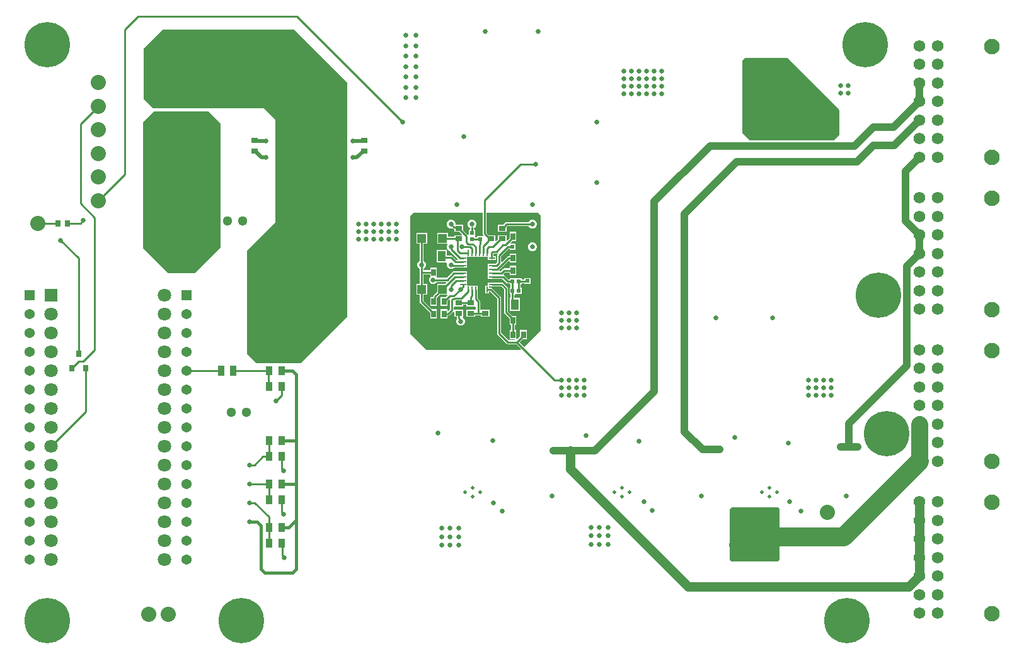
<source format=gbr>
%TF.GenerationSoftware,Altium Limited,Altium Designer,23.2.1 (34)*%
G04 Layer_Physical_Order=6*
G04 Layer_Color=16711680*
%FSLAX45Y45*%
%MOMM*%
%TF.SameCoordinates,768AFDF4-F756-44AC-9BB4-61F16B6E1C3C*%
%TF.FilePolarity,Positive*%
%TF.FileFunction,Copper,L6,Bot,Signal*%
%TF.Part,Single*%
G01*
G75*
%TA.AperFunction,SMDPad,CuDef*%
%ADD13R,0.85000X1.35000*%
%ADD15R,1.11760X1.44780*%
%ADD20R,0.96520X0.66040*%
%ADD30R,0.90000X0.70000*%
%TA.AperFunction,Conductor*%
%ADD37C,0.25400*%
%ADD39C,0.50800*%
%ADD40C,0.38100*%
%ADD42C,1.01600*%
%TA.AperFunction,ComponentPad*%
%ADD44C,1.80000*%
%ADD45R,1.80000X1.80000*%
%ADD46C,6.10000*%
%ADD47C,1.30000*%
%ADD48C,2.10000*%
%ADD49C,1.56000*%
%ADD50R,1.37000X1.37000*%
%ADD51C,1.37000*%
%ADD52C,0.50000*%
%ADD53C,9.50000*%
%ADD54C,2.03200*%
%TA.AperFunction,TestPad*%
%ADD55C,2.03200*%
%TA.AperFunction,ViaPad*%
%ADD56C,0.63500*%
%TA.AperFunction,SMDPad,CuDef*%
%ADD74R,0.80650X1.30822*%
%ADD75R,0.66040X0.96520*%
%ADD76R,0.81280X0.25400*%
%ADD77R,0.25400X0.81280*%
%ADD78R,2.64160X3.65760*%
%ADD79R,0.60960X0.55880*%
%ADD80R,0.55880X0.60960*%
%ADD81R,1.20000X1.20000*%
%ADD82R,0.80000X0.95000*%
%ADD83R,0.80000X0.90000*%
%TA.AperFunction,Conductor*%
%ADD84C,2.54000*%
%ADD85C,1.27000*%
%ADD86C,2.28600*%
G36*
X17500600Y12649200D02*
Y12319000D01*
X17424400Y12242800D01*
X16294099D01*
X16192500Y12344400D01*
Y13309599D01*
X16230600Y13347701D01*
X16802100D01*
X17500600Y12649200D01*
D02*
G37*
G36*
X13487399Y11226800D02*
Y9677400D01*
X13268857Y9458857D01*
X13202715Y9525000D01*
X13243355Y9565640D01*
X13298170D01*
Y9687560D01*
X13206731D01*
Y9602265D01*
X13171170Y9566705D01*
X13158470Y9571965D01*
Y9687560D01*
X13138647D01*
Y9757728D01*
X13158470D01*
Y9879648D01*
X13103654D01*
X13043398Y9939905D01*
Y10248900D01*
X13041426Y10258811D01*
X13035812Y10267212D01*
X12982256Y10320768D01*
X12973856Y10326382D01*
X12963943Y10328353D01*
X12830811D01*
X12828308Y10327856D01*
X12777470D01*
Y10285730D01*
X12736131D01*
Y10234892D01*
X12735634Y10232390D01*
X12736131Y10229888D01*
Y10179050D01*
X12786931D01*
Y10206492D01*
X12807384D01*
X12902702Y10111173D01*
Y9639300D01*
X12904674Y9629389D01*
X12910287Y9620988D01*
X13024588Y9506688D01*
X13032990Y9501074D01*
X13042900Y9499102D01*
X13155363D01*
X13219331Y9435133D01*
X13214471Y9423400D01*
X12852402Y9423399D01*
X12852400Y9423400D01*
X11950700D01*
X11734800Y9639300D01*
Y9982200D01*
X11734800Y10972800D01*
Y11226800D01*
X11772900Y11264900D01*
X12704582D01*
Y10984230D01*
X12706554Y10974319D01*
X12712168Y10965918D01*
X12714175Y10963910D01*
X12708915Y10951210D01*
X12631420D01*
Y10936468D01*
X12612460D01*
X12603480Y10945448D01*
Y10951210D01*
X12603480Y10963910D01*
Y11035030D01*
X12586198D01*
Y11061369D01*
X12592673Y11064051D01*
X12608749Y11080127D01*
X12617450Y11101132D01*
Y11123868D01*
X12608749Y11144873D01*
X12592673Y11160949D01*
X12571668Y11169650D01*
X12548932D01*
X12527927Y11160949D01*
X12511851Y11144873D01*
X12503150Y11123868D01*
Y11101132D01*
X12511851Y11080127D01*
X12527927Y11064051D01*
X12534402Y11061369D01*
Y11035030D01*
X12517120D01*
Y10972910D01*
X12504420Y10969058D01*
X12502412Y10972062D01*
X12443460Y11031015D01*
Y11101070D01*
X12338092D01*
X12338050Y11101132D01*
Y11123868D01*
X12329349Y11144873D01*
X12313273Y11160949D01*
X12292268Y11169650D01*
X12269532D01*
X12248527Y11160949D01*
X12232451Y11144873D01*
X12223750Y11123868D01*
Y11101132D01*
X12232451Y11080127D01*
X12248527Y11064051D01*
X12269532Y11055350D01*
X12292268D01*
X12298743Y11058032D01*
X12300688Y11056088D01*
X12309089Y11050474D01*
X12319000Y11048502D01*
X12321540D01*
Y11009630D01*
X12391595D01*
X12428122Y10973103D01*
X12423262Y10961370D01*
X12321540D01*
Y10941548D01*
X12239600D01*
Y10994700D01*
X12094200D01*
Y10849300D01*
X12223717D01*
X12226414Y10846450D01*
X12231012Y10836600D01*
X12223750Y10819068D01*
Y10796332D01*
X12232451Y10775327D01*
X12248527Y10759251D01*
X12264701Y10752551D01*
X12376123Y10641129D01*
X12370862Y10628429D01*
X12351984D01*
X12297276Y10683137D01*
X12288874Y10688751D01*
X12278964Y10690723D01*
X12223750D01*
Y10765790D01*
X12086590D01*
Y10595610D01*
X12217394D01*
X12226321Y10583975D01*
X12223750Y10577768D01*
Y10555032D01*
X12232451Y10534027D01*
X12248527Y10517951D01*
X12269532Y10509250D01*
X12292268D01*
X12313273Y10517951D01*
X12321944Y10526621D01*
X12442190D01*
X12444692Y10527119D01*
X12495530D01*
Y10577131D01*
Y10669270D01*
X12777470D01*
Y10627144D01*
X12824498D01*
X12827000Y10626647D01*
X12830811D01*
X12833311Y10627144D01*
X12884151D01*
Y10677944D01*
X12852898D01*
Y10718302D01*
X12890500D01*
X12900410Y10720274D01*
X12901849Y10721236D01*
X12910287Y10711712D01*
X12904674Y10703311D01*
X12902702Y10693400D01*
Y10602527D01*
X12878590Y10578416D01*
X12830811D01*
X12828308Y10577919D01*
X12777470D01*
Y10477106D01*
Y10377081D01*
X12828308D01*
X12830811Y10376584D01*
X12972481D01*
X13022910Y10326155D01*
X13031311Y10320541D01*
X13041222Y10318570D01*
X13067030D01*
Y10301287D01*
X13081772D01*
Y10255567D01*
X13067030D01*
Y10169208D01*
X13081772D01*
Y10118090D01*
X13067030D01*
Y9947910D01*
X13204190D01*
Y10118090D01*
X13133568D01*
Y10160227D01*
X13142548Y10169207D01*
X13148309D01*
X13161011Y10169208D01*
X13232130D01*
Y10255567D01*
X13217387D01*
Y10301287D01*
X13232130D01*
Y10319840D01*
X13266420D01*
Y10306368D01*
X13352780D01*
Y10387647D01*
X13266420D01*
Y10371635D01*
X13232130D01*
Y10387647D01*
X13161011D01*
X13150850Y10387648D01*
X13138150Y10387647D01*
X13067030D01*
Y10370365D01*
X13051949D01*
X13001520Y10420793D01*
X12993118Y10426407D01*
X12986543Y10427715D01*
X12982422Y10436291D01*
X12981947Y10441079D01*
X13005170Y10464302D01*
X13067030D01*
Y10429240D01*
X13158470D01*
Y10551160D01*
X13067030D01*
Y10516098D01*
X12994443D01*
X12984534Y10514126D01*
X12976131Y10508512D01*
X12946010Y10478391D01*
X12933276D01*
X12928017Y10491091D01*
X13054330Y10617405D01*
X13067030Y10612145D01*
Y10594340D01*
X13158470D01*
Y10716260D01*
X13067030D01*
Y10681198D01*
X13055600D01*
X13045689Y10679226D01*
X13037288Y10673612D01*
X12967198Y10603522D01*
X12954498Y10608783D01*
Y10682673D01*
X13053627Y10781802D01*
X13067030D01*
Y10764520D01*
X13148309D01*
Y10850880D01*
X13084688D01*
X13079828Y10862613D01*
X13103654Y10886440D01*
X13158470D01*
Y11008360D01*
X13067030D01*
Y10923065D01*
X13039394Y10895428D01*
X13027660Y10900288D01*
Y10961370D01*
X12905740D01*
Y10906555D01*
X12886993Y10887808D01*
X12875259Y10892668D01*
Y10961370D01*
X12789965D01*
X12756378Y10994957D01*
Y11264900D01*
X13449300D01*
X13487399Y11226800D01*
D02*
G37*
G36*
X9182100Y12471400D02*
Y10795000D01*
X8839200Y10452100D01*
X8483600D01*
X8140700Y10795000D01*
Y12484100D01*
X8286750Y12630150D01*
X9023350D01*
X9182100Y12471400D01*
D02*
G37*
G36*
X12830811Y10276558D02*
X12953217D01*
X12991602Y10238173D01*
Y9929178D01*
X12993575Y9919267D01*
X12999188Y9910865D01*
X13067030Y9843023D01*
Y9757728D01*
X13086852D01*
Y9687560D01*
X13067030D01*
Y9565640D01*
X13139081D01*
X13145869Y9552940D01*
X13144505Y9550898D01*
X13053627D01*
X12954498Y9650027D01*
Y10121900D01*
X12952525Y10131811D01*
X12946912Y10140212D01*
X12836423Y10250702D01*
X12828021Y10256316D01*
X12818111Y10258288D01*
X12786931D01*
Y10277056D01*
X12828308D01*
X12830811Y10276558D01*
D02*
G37*
G36*
X10883900Y13017500D02*
Y9867900D01*
X10261600Y9245600D01*
X9664700D01*
X9537700Y9372600D01*
Y10756900D01*
X9918700Y11137900D01*
X9918700Y12522200D01*
X9766300Y12674600D01*
X8280400D01*
X8153400Y12801601D01*
X8153400Y13474699D01*
X8407400Y13728700D01*
X10172700D01*
X10883900Y13017500D01*
D02*
G37*
G36*
X16694150Y7283450D02*
Y6604000D01*
X16668750Y6578600D01*
X16040100D01*
X16021049Y6597650D01*
Y7277100D01*
X16046449Y7302500D01*
X16675101D01*
X16694150Y7283450D01*
D02*
G37*
%LPC*%
G36*
X13384468Y11169650D02*
X13361732D01*
X13340727Y11160949D01*
X13324651Y11144873D01*
X13321970Y11138398D01*
X13023849D01*
X13013939Y11136426D01*
X13005537Y11130812D01*
X12983948Y11109222D01*
X12978500Y11101070D01*
X12905740D01*
Y11009630D01*
X13027660D01*
Y11073168D01*
X13028159Y11075670D01*
Y11080183D01*
X13034576Y11086602D01*
X13321970D01*
X13324651Y11080127D01*
X13340727Y11064051D01*
X13361732Y11055350D01*
X13384468D01*
X13405473Y11064051D01*
X13421548Y11080127D01*
X13430251Y11101132D01*
Y11123868D01*
X13421548Y11144873D01*
X13405473Y11160949D01*
X13384468Y11169650D01*
D02*
G37*
G36*
Y10864850D02*
X13361732D01*
X13340727Y10856149D01*
X13324651Y10840073D01*
X13315950Y10819068D01*
Y10796332D01*
X13324651Y10775327D01*
X13340727Y10759251D01*
X13361732Y10750550D01*
X13384468D01*
X13405473Y10759251D01*
X13421548Y10775327D01*
X13430251Y10796332D01*
Y10819068D01*
X13421548Y10840073D01*
X13405473Y10856149D01*
X13384468Y10864850D01*
D02*
G37*
G36*
X11959600Y10994700D02*
X11814200D01*
Y10849300D01*
X11860200D01*
Y10616800D01*
X11853725Y10614118D01*
X11837648Y10598041D01*
X11828947Y10577036D01*
Y10554300D01*
X11837648Y10533295D01*
X11853725Y10517219D01*
X11861003Y10514204D01*
Y10464800D01*
Y10308900D01*
X11814200D01*
Y10163500D01*
X11861003D01*
Y10067590D01*
X11862974Y10057679D01*
X11868588Y10049277D01*
X12000230Y9917635D01*
Y9845040D01*
X12091670D01*
Y9966960D01*
X12024155D01*
X11912798Y10078317D01*
Y10163500D01*
X11959600D01*
Y10308900D01*
X11912798D01*
Y10438902D01*
X12000230D01*
Y10404652D01*
X11991151Y10395573D01*
X11982450Y10374568D01*
Y10351832D01*
X11991151Y10330827D01*
X12007227Y10314751D01*
X12028232Y10306050D01*
X12050968D01*
X12071973Y10314751D01*
X12088049Y10330827D01*
X12090731Y10337302D01*
X12213417D01*
X12218678Y10324602D01*
X12202975Y10308900D01*
X12094200D01*
Y10200125D01*
X12047958Y10153882D01*
X12042344Y10145480D01*
X12040372Y10135570D01*
Y10132060D01*
X12000230D01*
Y10010140D01*
X12091670D01*
Y10088918D01*
X12092168Y10091420D01*
Y10124843D01*
X12130825Y10163500D01*
X12223465D01*
X12228725Y10150800D01*
X12209985Y10132060D01*
X12139930D01*
Y10010140D01*
X12231370D01*
Y10080195D01*
X12257052Y10105877D01*
X12268757Y10099621D01*
X12267702Y10094321D01*
Y9967527D01*
X12244070Y9943895D01*
X12231370Y9949155D01*
Y9966960D01*
X12139930D01*
Y9845040D01*
X12231370D01*
Y9880102D01*
X12242800D01*
X12252711Y9882074D01*
X12261112Y9887688D01*
X12308840Y9935415D01*
X12320967Y9931266D01*
X12321540Y9930809D01*
Y9866630D01*
X12356602D01*
Y9840110D01*
X12357975Y9833210D01*
X12350750Y9815768D01*
Y9793032D01*
X12359451Y9772027D01*
X12375527Y9755951D01*
X12396532Y9747250D01*
X12419268D01*
X12440273Y9755951D01*
X12456349Y9772027D01*
X12465050Y9793032D01*
Y9815768D01*
X12456349Y9836773D01*
X12440273Y9852849D01*
X12437664Y9853930D01*
X12440191Y9866630D01*
X12443460D01*
Y9958070D01*
X12332198D01*
X12321540Y9958070D01*
X12319498Y9969924D01*
Y9994476D01*
X12321540Y10006330D01*
X12443460D01*
Y10026152D01*
X12486640D01*
Y10006330D01*
X12608560D01*
X12616952Y9997106D01*
Y9967294D01*
X12608560Y9958070D01*
X12486640D01*
Y9866630D01*
X12608560D01*
Y9886452D01*
X12677140D01*
Y9866630D01*
X12799060D01*
Y9958070D01*
X12677140D01*
X12668748Y9967294D01*
Y10074001D01*
X12666776Y10083912D01*
X12661162Y10092313D01*
X12637391Y10116084D01*
Y10232390D01*
X12636894Y10234892D01*
Y10285730D01*
X12495530D01*
Y10377081D01*
Y10477894D01*
X12444692D01*
X12442190Y10478391D01*
X12319394D01*
X12309483Y10476420D01*
X12301081Y10470806D01*
X12219373Y10389098D01*
X12102300D01*
X12098081Y10394006D01*
X12091671Y10403840D01*
X12091670D01*
X12091670Y10403841D01*
Y10525760D01*
X12000230D01*
Y10490698D01*
X11912798D01*
Y10514869D01*
X11918470Y10517219D01*
X11934547Y10533295D01*
X11943247Y10554300D01*
Y10577036D01*
X11934547Y10598041D01*
X11918470Y10614118D01*
X11911995Y10616800D01*
Y10849300D01*
X11959600D01*
Y10994700D01*
D02*
G37*
%LPD*%
D13*
X9188500Y9144000D02*
D03*
X9353500D02*
D03*
D15*
X12155170Y10680700D02*
D03*
X11974830D02*
D03*
X13315950Y10033000D02*
D03*
X13135609D02*
D03*
D20*
X12382500Y11055350D02*
D03*
Y10915650D02*
D03*
X12814301Y11055350D02*
D03*
Y10915650D02*
D03*
X12966701Y11055350D02*
D03*
Y10915650D02*
D03*
X12382500Y9912350D02*
D03*
Y10052050D02*
D03*
X12547600Y9912350D02*
D03*
Y10052050D02*
D03*
X12738100D02*
D03*
Y9912350D02*
D03*
D30*
X11112500Y12096598D02*
D03*
Y12236597D02*
D03*
X9639300D02*
D03*
Y12096598D02*
D03*
D37*
X12280900Y11112500D02*
X12319000Y11074400D01*
X12966701Y11055350D02*
X12981940D01*
X13002260Y11075670D02*
Y11090910D01*
X13023849Y11112500D02*
X13363622D01*
X12981940Y11055350D02*
X13002260Y11075670D01*
Y11090910D02*
X13023849Y11112500D01*
X12730480Y10984230D02*
Y11435080D01*
X13214349Y11918950D02*
X13417551D01*
X12730480Y11435080D02*
X13214349Y11918950D01*
X12730480Y10984230D02*
X12799060Y10915650D01*
X12280900Y10566400D02*
X12291210D01*
X12305091Y10552519D01*
X11886097Y10565668D02*
X11886900Y10564865D01*
X12305091Y10552519D02*
X12442190D01*
X11886097Y10565668D02*
Y10921197D01*
X11886900Y10922000D01*
Y10464800D02*
Y10564865D01*
X9931400Y8737600D02*
X10007600Y8813800D01*
Y8924295D01*
X9829800Y8921348D02*
Y9144000D01*
X9353500D02*
X9829800D01*
X9832994Y6819900D02*
Y7172306D01*
X9639300Y7366000D02*
X9832994Y7172306D01*
X9753600Y7988300D02*
X9832994D01*
X9639300Y7874000D02*
X9753600Y7988300D01*
X9575800Y7874000D02*
X9639300D01*
X10003165Y7827635D02*
Y7988300D01*
Y7827635D02*
X10033000Y7797800D01*
X8724900Y9144000D02*
X9188500D01*
X9588500Y7366000D02*
X9639300D01*
X9588500Y7620000D02*
X9832994D01*
X10009825Y6659235D02*
Y6819900D01*
Y6659235D02*
X10039660Y6629400D01*
X10003165Y7243435D02*
X10033000Y7213600D01*
X10003165Y7243435D02*
Y7404100D01*
X9832994D02*
Y7620000D01*
Y7988300D02*
Y8204200D01*
X13674091Y9017000D02*
X13766800D01*
X13166090Y9525000D02*
X13674091Y9017000D01*
X12348820Y11074400D02*
X12364695Y11058525D01*
X12382500Y11055350D02*
X12484100Y10953750D01*
X12319000Y11074400D02*
X12348820D01*
X12370740Y11067110D02*
X12382500Y11055350D01*
X12661506Y10722610D02*
Y10831978D01*
X12674600Y10845072D01*
Y10918190D01*
X12843510Y10807700D02*
X12951460Y10915650D01*
X12761531Y10722610D02*
Y10780331D01*
X12788900Y10807700D02*
X12843510D01*
X12711519Y10722610D02*
Y10812869D01*
X12761531Y10780331D02*
X12788900Y10807700D01*
X12841879Y10744200D02*
X12890500D01*
X12827000Y10652544D02*
Y10729321D01*
X12841879Y10744200D01*
X12827000Y10652544D02*
X12830811D01*
X13013690Y10833100D02*
X13112750Y10932160D01*
X12890500Y10744200D02*
X12979401Y10833100D01*
X13013690D01*
X12951460Y10915650D02*
X12966701D01*
X12711519Y10812869D02*
X12778740Y10880090D01*
Y10895330D01*
X12799060Y10915650D01*
X12814301D01*
X12560300Y10910570D02*
X12684760D01*
X12928600Y9639300D02*
Y10121900D01*
X12818111Y10232390D02*
X12928600Y10121900D01*
Y9639300D02*
X13042900Y9525000D01*
X14230350Y12477749D02*
X14236700Y12484100D01*
X10210800Y13906500D02*
X11633200Y12484100D01*
X8077200Y13906500D02*
X10210800D01*
X12066270Y10135570D02*
X12166900Y10236200D01*
X12320270Y10148570D02*
X12407900Y10236200D01*
X12066270Y10091420D02*
Y10135570D01*
X12261850Y10147300D02*
X12306668D01*
X12333181Y10402481D02*
X12442190D01*
X12280900Y10286789D02*
X12346579Y10352468D01*
X12185650Y10464800D02*
Y10480040D01*
X12280900Y10236200D02*
Y10286789D01*
X12185650Y10464800D02*
X12256770D01*
X12166900Y10236200D02*
X12333181Y10402481D01*
X11886900Y10236200D02*
Y10464800D01*
X12045950D01*
X12039600Y10363200D02*
X12230100D01*
X12293600Y9956800D02*
Y10094321D01*
X12308479Y10109200D02*
X12322449D01*
X12293600Y10094321D02*
X12308479Y10109200D01*
X12322449D02*
X12323719Y10110470D01*
X12417488D01*
X12306668Y10147300D02*
X12307938Y10148570D01*
X12320270D01*
X12185650Y10071100D02*
X12261850Y10147300D01*
X11886900Y10067590D02*
Y10236200D01*
X12045950Y10071100D02*
X12066270Y10091420D01*
X11886900Y10067590D02*
X12033250Y9921240D01*
X12172950Y9906000D02*
X12242800D01*
X12293600Y9956800D01*
X12033250Y9906000D02*
Y9921240D01*
X13042900Y9525000D02*
X13166090D01*
X13112750Y9626600D02*
Y9818688D01*
X13252451Y9611360D02*
Y9626600D01*
X13166090Y9525000D02*
X13252451Y9611360D01*
X13112750Y9818688D02*
Y9833928D01*
X13107671Y10212387D02*
Y10344468D01*
Y10060940D02*
X13135609Y10033000D01*
X13107671Y10060940D02*
Y10209847D01*
X13252451Y9818688D02*
Y9833928D01*
X13315950Y9897428D01*
X12761531Y10232390D02*
X12818111D01*
X12738100Y10052050D02*
Y10125120D01*
X12547600Y10052050D02*
Y10131469D01*
X12611494Y10105357D02*
X12642850Y10074001D01*
X12711519Y10151701D02*
X12738100Y10125120D01*
X12711519Y10151701D02*
Y10232390D01*
X12547600Y10131469D02*
X12561481Y10145351D01*
Y10232390D01*
X12611494Y10105357D02*
Y10232390D01*
X13041222Y10344468D02*
X13107671D01*
X12983208Y10402481D02*
X13041222Y10344468D01*
X12963943Y10302456D02*
X13017500Y10248900D01*
X12902806Y10502506D02*
X13055600Y10655300D01*
X13252451Y10490200D02*
Y10655300D01*
X12994443Y10490200D02*
X13112750D01*
X12956737Y10452494D02*
X12994443Y10490200D01*
X13252451Y10868660D02*
Y10947400D01*
X12928600Y10591800D02*
Y10693400D01*
X12889319Y10552519D02*
X12928600Y10591800D01*
X12484100Y10871200D02*
X12509520Y10845780D01*
X12573020D02*
X12611494Y10807306D01*
X12509520Y10845780D02*
X12573020D01*
X12561481Y10722610D02*
Y10781119D01*
X12611494Y10722610D02*
Y10807306D01*
X12534920Y10807680D02*
X12561481Y10781119D01*
X13315950Y9897428D02*
Y10033000D01*
X13309599Y10039350D02*
X13315950Y10033000D01*
X13309599Y10039350D02*
Y10263187D01*
X13017500Y9929178D02*
Y10248900D01*
Y9929178D02*
X13112750Y9833928D01*
X12830811Y10302456D02*
X12963943D01*
X12830811Y10502506D02*
X12902806D01*
X12830811Y10402481D02*
X12983208D01*
X12830811Y10452494D02*
X12956737D01*
X13308330Y10345737D02*
X13309599Y10347007D01*
X13191490Y10344468D02*
X13192760Y10345737D01*
X13191490Y10212387D02*
Y10344468D01*
X13192760Y10345737D02*
X13308330D01*
X12382500Y10052050D02*
X12547600D01*
X12830811Y10552519D02*
X12889319D01*
X12511468Y10204450D02*
Y10232390D01*
X12417488Y10110470D02*
X12511468Y10204450D01*
X12442190Y10270490D02*
Y10302456D01*
X12407900Y10236200D02*
X12442190Y10270490D01*
X12346579Y10352468D02*
X12442190D01*
X12401333Y10652544D02*
X12442190D01*
X12424410Y10807680D02*
X12534920D01*
X12367260Y10759440D02*
X12404090Y10722610D01*
X12511468D01*
X12367260Y10759440D02*
Y10915650D01*
X12642850Y9912350D02*
X12738100D01*
X12642850D02*
Y10074001D01*
X12547600Y9912350D02*
X12642850D01*
X12382500Y9840110D02*
Y9912350D01*
Y9840110D02*
X12407900Y9814710D01*
Y9804400D02*
Y9814710D01*
X12560300Y10994390D02*
Y11074400D01*
X12484100Y10871200D02*
Y10953750D01*
X12166900Y10922000D02*
X12173250Y10915650D01*
X12367260D01*
X12282332Y10771545D02*
X12401333Y10652544D01*
X12282332Y10771545D02*
Y10797587D01*
X13209270Y10825480D02*
X13252451Y10868660D01*
X13191490Y10810240D02*
X13206731Y10825480D01*
X13209270D01*
X13191490Y10807700D02*
Y10810240D01*
X13112750Y10932160D02*
Y10947400D01*
X12039600Y10579100D02*
X12049910D01*
X12256770Y10464800D02*
X12294476Y10502506D01*
X12230100Y10363200D02*
X12319394Y10452494D01*
X12129409Y10536281D02*
X12185650Y10480040D01*
X12092729Y10536281D02*
X12129409D01*
X12032310Y10586390D02*
Y10598455D01*
X12049910Y10579100D02*
X12092729Y10536281D01*
X12032310Y10586390D02*
X12039600Y10579100D01*
X12341257Y10602531D02*
X12442190D01*
X11982450Y10648315D02*
Y10664825D01*
X12162790D02*
X12278964D01*
X11982450Y10648315D02*
X12032310Y10598455D01*
X12319394Y10452494D02*
X12442190D01*
X12278964Y10664825D02*
X12341257Y10602531D01*
X12294476Y10502506D02*
X12442190D01*
X13055600Y10655300D02*
X13112750D01*
X12928600Y10693400D02*
X13042900Y10807700D01*
X13252451Y10655300D02*
Y10744200D01*
X13191490Y10805160D02*
Y10807700D01*
X13042900D02*
X13107671D01*
X13191490Y10805160D02*
X13252451Y10744200D01*
X6908800Y8128000D02*
X7372100Y8591300D01*
X7340600Y9271000D02*
X7493000Y9423400D01*
X7277100Y9271000D02*
X7340600D01*
X7493000Y9423400D02*
Y11201400D01*
X7182100Y9176000D02*
X7277100Y9271000D01*
X7302500Y12458700D02*
X7543800Y12700000D01*
X7302500Y11391900D02*
Y12458700D01*
Y11391900D02*
X7493000Y11201400D01*
X7182100Y9171000D02*
Y9176000D01*
X7277100Y9371000D02*
Y10655300D01*
X7035800Y10896600D02*
X7277100Y10655300D01*
X7302500Y11125200D02*
X7340600Y11163300D01*
X7123700Y11125200D02*
X7302500D01*
X6725369Y11120947D02*
X6994447D01*
X6998700Y11125200D01*
X7372100Y8591300D02*
Y9171000D01*
X7899400Y11785600D02*
Y13728700D01*
X7543800Y11430000D02*
X7899400Y11785600D01*
Y13728700D02*
X8077200Y13906500D01*
D39*
X10962530Y12232530D02*
X11108432D01*
X11112500Y12236597D01*
X10960100Y12230100D02*
X10962530Y12232530D01*
X10965631Y12010280D02*
X11016182D01*
X11102500Y12096598D02*
X11112500D01*
X11016182Y12010280D02*
X11102500Y12096598D01*
X10963201Y12007850D02*
X10965631Y12010280D01*
X9789270D02*
X9791700Y12007850D01*
X9649300Y12096598D02*
X9735618Y12010280D01*
X9639300Y12096598D02*
X9649300D01*
X9735618Y12010280D02*
X9789270D01*
X9639300Y12236597D02*
X9643368Y12232530D01*
X9789270D02*
X9791700Y12230100D01*
X9643368Y12232530D02*
X9789270D01*
X9639300Y12236597D02*
X9642401Y12239699D01*
D40*
X10147300Y9144000D02*
X10198100Y9093200D01*
X10003165Y9144000D02*
X10147300D01*
X10198100Y8204200D02*
Y9093200D01*
X9779000Y6426200D02*
X10147300D01*
X9728200Y6477000D02*
Y7061200D01*
Y6477000D02*
X9779000Y6426200D01*
X9677400Y7112000D02*
X9728200Y7061200D01*
X10147300Y6426200D02*
X10198100Y6477000D01*
Y7137400D01*
X9575800Y7112000D02*
X9677400D01*
X10003165Y8204200D02*
X10198100D01*
Y7620000D02*
Y8204200D01*
Y7137400D02*
Y7620000D01*
X10003165D02*
X10198100D01*
X10009825Y7035800D02*
X10096500D01*
X10198100Y7137400D01*
D42*
X17513300Y8115300D02*
X17627600D01*
Y8432800D01*
X18402299Y9207500D01*
X17627600Y8115300D02*
X17741901D01*
X18402299Y9207500D02*
Y10546649D01*
X15011400Y8864600D02*
Y11417300D01*
X18402299Y10546649D02*
X18572800Y10717149D01*
X18387096Y11152850D02*
X18572800Y10967146D01*
X18387096Y11152850D02*
Y11826144D01*
X18572800Y12011848D01*
Y10717149D02*
Y10967146D01*
Y12761849D02*
Y13011845D01*
X17956079Y12419178D02*
X18230128D01*
X18572800Y12761849D01*
X17703500Y12166600D02*
X17956079Y12419178D01*
X15760699Y12166600D02*
X17703500D01*
X15011400Y11417300D02*
X15760699Y12166600D01*
X14211299Y8064499D02*
X15011400Y8864600D01*
X13881100Y8064499D02*
X14211299D01*
X17956850Y12169947D02*
X18230901D01*
X18572800Y12511847D01*
X17737602Y11950700D02*
X17956850Y12169947D01*
X16116299Y11950700D02*
X17737602D01*
X15417799Y11252200D02*
X16116299Y11950700D01*
X15417799Y8318800D02*
Y11252200D01*
Y8318800D02*
X15659100Y8077500D01*
X13766800Y8064499D02*
X13881100D01*
X13652499D02*
X13766800D01*
X15659100Y8077500D02*
X15773399D01*
X15887700D01*
D44*
X8432800Y10160000D02*
D03*
Y9906000D02*
D03*
Y9652000D02*
D03*
Y9398000D02*
D03*
Y9144000D02*
D03*
Y8890000D02*
D03*
Y8636000D02*
D03*
Y8382000D02*
D03*
Y8128000D02*
D03*
Y7874000D02*
D03*
Y7620000D02*
D03*
Y7366000D02*
D03*
Y7112000D02*
D03*
Y6858000D02*
D03*
Y6604000D02*
D03*
X6908800D02*
D03*
Y6858000D02*
D03*
Y7112000D02*
D03*
Y7366000D02*
D03*
Y7620000D02*
D03*
Y7874000D02*
D03*
Y8128000D02*
D03*
Y8382000D02*
D03*
Y8636000D02*
D03*
Y8890000D02*
D03*
Y9144000D02*
D03*
Y9398000D02*
D03*
Y9652000D02*
D03*
Y9906000D02*
D03*
D45*
Y10160000D02*
D03*
D46*
X18135600Y8293100D02*
D03*
X6858000Y13525500D02*
D03*
Y5778500D02*
D03*
X17843500Y13525500D02*
D03*
X17602200Y5778500D02*
D03*
X18021300Y10160000D02*
D03*
X9461500Y5778500D02*
D03*
D47*
X9479900Y11151400D02*
D03*
X9279900D02*
D03*
X9529900Y8581400D02*
D03*
X9329900D02*
D03*
D48*
X19545300Y7370249D02*
D03*
Y5872749D02*
D03*
Y11459647D02*
D03*
Y9962149D02*
D03*
Y9414949D02*
D03*
Y7917449D02*
D03*
Y13504347D02*
D03*
Y12006849D02*
D03*
D49*
X18822800Y5877749D02*
D03*
Y6127749D02*
D03*
Y6377749D02*
D03*
Y6627749D02*
D03*
Y6877749D02*
D03*
Y7127749D02*
D03*
Y7377749D02*
D03*
X18572800Y5877749D02*
D03*
Y6127749D02*
D03*
Y6377749D02*
D03*
Y6627749D02*
D03*
Y6877749D02*
D03*
Y7127749D02*
D03*
Y7377749D02*
D03*
X18822803Y9967148D02*
D03*
Y10217150D02*
D03*
Y10467147D02*
D03*
Y10717149D02*
D03*
Y10967146D02*
D03*
Y11217148D02*
D03*
Y11467150D02*
D03*
X18572800Y9967148D02*
D03*
Y10217150D02*
D03*
Y10467147D02*
D03*
Y10717149D02*
D03*
Y10967146D02*
D03*
Y11217148D02*
D03*
Y11467150D02*
D03*
X18822800Y7922449D02*
D03*
Y8172449D02*
D03*
Y8422449D02*
D03*
Y8672449D02*
D03*
Y8922449D02*
D03*
Y9172449D02*
D03*
Y9422449D02*
D03*
X18572800Y7922449D02*
D03*
Y8172449D02*
D03*
Y8422449D02*
D03*
Y8672449D02*
D03*
Y8922449D02*
D03*
Y9172449D02*
D03*
Y9422449D02*
D03*
X18822803Y12011848D02*
D03*
Y12261850D02*
D03*
Y12511847D02*
D03*
Y12761849D02*
D03*
Y13011845D02*
D03*
Y13261848D02*
D03*
Y13511850D02*
D03*
X18572800Y12011848D02*
D03*
Y12261850D02*
D03*
Y12511847D02*
D03*
Y12761849D02*
D03*
Y13011845D02*
D03*
Y13261848D02*
D03*
Y13511850D02*
D03*
D50*
X6616700Y10160000D02*
D03*
X8724900D02*
D03*
D51*
X6616700Y9906000D02*
D03*
Y9652000D02*
D03*
Y9398000D02*
D03*
Y9144000D02*
D03*
Y8890000D02*
D03*
Y8636000D02*
D03*
Y8382000D02*
D03*
Y8128000D02*
D03*
Y7874000D02*
D03*
Y7620000D02*
D03*
Y7366000D02*
D03*
Y7112000D02*
D03*
Y6858000D02*
D03*
Y6604000D02*
D03*
X8724900Y9906000D02*
D03*
Y9652000D02*
D03*
Y9398000D02*
D03*
Y9144000D02*
D03*
Y8890000D02*
D03*
Y8636000D02*
D03*
Y8382000D02*
D03*
Y8128000D02*
D03*
Y7874000D02*
D03*
Y7620000D02*
D03*
Y7366000D02*
D03*
Y7112000D02*
D03*
Y6858000D02*
D03*
Y6604000D02*
D03*
D52*
X16660800Y7505700D02*
D03*
X16560800Y7565700D02*
D03*
Y7445700D02*
D03*
X16460800Y7505700D02*
D03*
X14679601D02*
D03*
X14579601Y7565700D02*
D03*
Y7445700D02*
D03*
X14479601Y7505700D02*
D03*
X12673000D02*
D03*
X12573000Y7565700D02*
D03*
Y7445700D02*
D03*
X12473000Y7505700D02*
D03*
D53*
X8674100Y12090400D02*
D03*
Y13208000D02*
D03*
D54*
X6725369Y11120947D02*
D03*
X17335500Y7239000D02*
D03*
X8216900Y5867400D02*
D03*
X8483600D02*
D03*
D55*
X7543800Y12382500D02*
D03*
Y12065000D02*
D03*
Y12700000D02*
D03*
Y11430000D02*
D03*
Y13017500D02*
D03*
Y11747500D02*
D03*
D56*
X12357100Y11379200D02*
D03*
X11886097Y10565668D02*
D03*
X12280900Y10566400D02*
D03*
X16979900Y7251700D02*
D03*
X13639799Y7457915D02*
D03*
X15646400D02*
D03*
X17590826D02*
D03*
X13373100Y9817100D02*
D03*
X10033000Y7797800D02*
D03*
X9575800Y7112000D02*
D03*
Y7874000D02*
D03*
Y7366000D02*
D03*
Y7620000D02*
D03*
X10039660Y6629400D02*
D03*
X9931400Y8737600D02*
D03*
X10033000Y7213600D02*
D03*
X13373100Y10934700D02*
D03*
Y11112500D02*
D03*
Y11379200D02*
D03*
X12560300Y11112500D02*
D03*
X12738100Y13702029D02*
D03*
X13449300D02*
D03*
X12452350Y12288520D02*
D03*
X15836900Y9853930D02*
D03*
X16598900D02*
D03*
X13766800Y9918700D02*
D03*
X13868401D02*
D03*
X13970000D02*
D03*
Y9817100D02*
D03*
X13868401D02*
D03*
X13766800D02*
D03*
Y9715500D02*
D03*
X13970000D02*
D03*
X13868401D02*
D03*
X12280900Y11112500D02*
D03*
X12839700Y9817100D02*
D03*
X13373100Y10426700D02*
D03*
Y10680700D02*
D03*
Y10807700D02*
D03*
X14236700Y12484100D02*
D03*
X9791700Y12230100D02*
D03*
X10960100D02*
D03*
X11633200Y12484100D02*
D03*
X12424410Y10807700D02*
D03*
X12280900D02*
D03*
X12039600Y10579100D02*
D03*
Y10807700D02*
D03*
X12839700Y9550400D02*
D03*
X12407900Y9804400D02*
D03*
Y10236200D02*
D03*
X12039600Y10363200D02*
D03*
X12280900Y10236200D02*
D03*
X13373100Y10172700D02*
D03*
X12039600Y11112500D02*
D03*
X9791700Y12007850D02*
D03*
X10963201D02*
D03*
X13417551Y11918950D02*
D03*
X13868401Y8813800D02*
D03*
X13970000D02*
D03*
X14236700Y11671300D02*
D03*
X17284700Y9017000D02*
D03*
X17183099D02*
D03*
X9715500Y9359900D02*
D03*
X7035800Y10896600D02*
D03*
X7340600Y11163300D02*
D03*
X17513300Y8115300D02*
D03*
X17183099Y8813800D02*
D03*
X17081500D02*
D03*
X17284700D02*
D03*
X17183099Y8915400D02*
D03*
X17284700D02*
D03*
X17081500D02*
D03*
Y9017000D02*
D03*
X17386301Y8813800D02*
D03*
Y9017000D02*
D03*
Y8915400D02*
D03*
X17513300Y12979401D02*
D03*
X17614900D02*
D03*
Y12877800D02*
D03*
X17513300D02*
D03*
X16370300Y6908800D02*
D03*
X11442700Y11010900D02*
D03*
Y10909300D02*
D03*
Y11112500D02*
D03*
X11341100D02*
D03*
Y10909300D02*
D03*
Y11010900D02*
D03*
X11544300Y10909300D02*
D03*
Y11010900D02*
D03*
Y11112500D02*
D03*
X11137900Y11010900D02*
D03*
Y10909300D02*
D03*
Y11112500D02*
D03*
X11036300D02*
D03*
Y10909300D02*
D03*
Y11010900D02*
D03*
X11239500Y10909300D02*
D03*
Y11010900D02*
D03*
Y11112500D02*
D03*
X8750300Y10553700D02*
D03*
Y10655300D02*
D03*
Y10756900D02*
D03*
Y11163300D02*
D03*
Y11061700D02*
D03*
Y10960100D02*
D03*
Y10858500D02*
D03*
X8547100Y11061700D02*
D03*
Y10655300D02*
D03*
Y10858500D02*
D03*
Y10960100D02*
D03*
Y11163300D02*
D03*
Y10756900D02*
D03*
Y10553700D02*
D03*
X8648700Y10858500D02*
D03*
Y10960100D02*
D03*
Y11061700D02*
D03*
Y11163300D02*
D03*
Y10756900D02*
D03*
Y10655300D02*
D03*
Y10553700D02*
D03*
X9817100Y9359900D02*
D03*
X10223500D02*
D03*
X10020300D02*
D03*
X9817100Y9969500D02*
D03*
X10020300Y9461500D02*
D03*
Y9563100D02*
D03*
X10223500Y9461500D02*
D03*
Y9563100D02*
D03*
X9817100Y9461500D02*
D03*
Y9563100D02*
D03*
X10223500Y9969500D02*
D03*
Y9867900D02*
D03*
Y9766300D02*
D03*
Y9664700D02*
D03*
X10020300Y9867900D02*
D03*
Y9766300D02*
D03*
Y9664700D02*
D03*
Y9969500D02*
D03*
X9817100Y9867900D02*
D03*
Y9766300D02*
D03*
Y9664700D02*
D03*
X10121900Y9359900D02*
D03*
X9918700Y9766300D02*
D03*
Y9664700D02*
D03*
X10121900Y9563100D02*
D03*
Y9969500D02*
D03*
Y9766300D02*
D03*
Y9664700D02*
D03*
Y9461500D02*
D03*
Y9867900D02*
D03*
X9715500Y9664700D02*
D03*
Y9766300D02*
D03*
Y9563100D02*
D03*
Y9461500D02*
D03*
X9918700Y9969500D02*
D03*
X9715500D02*
D03*
X9918700Y9563100D02*
D03*
Y9359900D02*
D03*
Y9461500D02*
D03*
X9715500Y9867900D02*
D03*
X9918700D02*
D03*
X14071600Y8813800D02*
D03*
X13766800D02*
D03*
Y8915400D02*
D03*
X13868401D02*
D03*
X13970000D02*
D03*
X14071600D02*
D03*
Y9017000D02*
D03*
X13970000D02*
D03*
X13868401D02*
D03*
X13766800D02*
D03*
X14706599Y12865100D02*
D03*
X14605000D02*
D03*
X11671300Y12814301D02*
D03*
X12382500Y6794502D02*
D03*
X12153900D02*
D03*
Y6908802D02*
D03*
X14097000Y8267700D02*
D03*
X14808200Y8191500D02*
D03*
X14160500Y7035800D02*
D03*
X14274800Y6921500D02*
D03*
X14389101Y7035800D02*
D03*
X14274800D02*
D03*
Y6807200D02*
D03*
X14160500Y6921500D02*
D03*
Y6807200D02*
D03*
X14389101D02*
D03*
Y6921500D02*
D03*
X15887700Y8077500D02*
D03*
X15659100D02*
D03*
X15773399D02*
D03*
X14986000Y7264400D02*
D03*
X14871700Y7378700D02*
D03*
X16141701Y7023100D02*
D03*
X16256000D02*
D03*
X16370300D02*
D03*
X16256000Y6908800D02*
D03*
X16141701D02*
D03*
Y6794500D02*
D03*
X16256000D02*
D03*
X16370300D02*
D03*
X12153900Y7023102D02*
D03*
X12268200D02*
D03*
X12382500D02*
D03*
Y6908802D02*
D03*
X12268200D02*
D03*
Y6794502D02*
D03*
X14605000Y13169901D02*
D03*
X14706599D02*
D03*
Y12966701D02*
D03*
Y13068300D02*
D03*
X14605000Y12966701D02*
D03*
Y13068300D02*
D03*
X15011400Y12966701D02*
D03*
X15113000D02*
D03*
X14808200Y13169901D02*
D03*
X15113000Y12865100D02*
D03*
X15011400D02*
D03*
X14909801D02*
D03*
X14808200D02*
D03*
X14909801Y13169901D02*
D03*
X15113000D02*
D03*
X15011400Y13068300D02*
D03*
X14909801Y12966701D02*
D03*
X15011400Y13169901D02*
D03*
X14808200Y13068300D02*
D03*
Y12966701D02*
D03*
X14909801Y13068300D02*
D03*
X15113000D02*
D03*
X16764000Y12979401D02*
D03*
X13881100Y8064499D02*
D03*
X13652499D02*
D03*
X13766800D02*
D03*
X17741901Y8115300D02*
D03*
X17627600D02*
D03*
X11671300Y13373100D02*
D03*
Y13093700D02*
D03*
Y13233400D02*
D03*
Y13512801D02*
D03*
Y13652499D02*
D03*
Y12953999D02*
D03*
X11811000Y12814301D02*
D03*
Y12953999D02*
D03*
Y13652499D02*
D03*
Y13512801D02*
D03*
Y13373100D02*
D03*
Y13233400D02*
D03*
Y13093700D02*
D03*
X12852400Y7366000D02*
D03*
X12839700Y8204200D02*
D03*
X12966701Y7251700D02*
D03*
X12103100Y8305800D02*
D03*
X16827499Y7378700D02*
D03*
X16090900Y8242300D02*
D03*
X16814799Y8166100D02*
D03*
D74*
X9832994Y9144000D02*
D03*
X10003165D02*
D03*
X9832994Y6819900D02*
D03*
X10003165D02*
D03*
X9832994Y7035800D02*
D03*
X10003165D02*
D03*
X9832994Y8928100D02*
D03*
X10003165D02*
D03*
X9832994Y7988300D02*
D03*
X10003165D02*
D03*
X9832994Y8204200D02*
D03*
X10003165D02*
D03*
X9832994Y7620000D02*
D03*
X10003165D02*
D03*
X9832994Y7404100D02*
D03*
X10003165D02*
D03*
D75*
X12185650Y10464800D02*
D03*
X12045950D02*
D03*
X13252451Y10947400D02*
D03*
X13112750D02*
D03*
X13252451Y10655300D02*
D03*
X13112750D02*
D03*
X13252451Y10490200D02*
D03*
X13112750D02*
D03*
X13252451Y9818688D02*
D03*
X13112750D02*
D03*
Y9626600D02*
D03*
X13252451D02*
D03*
X12185650Y9906000D02*
D03*
X12045950D02*
D03*
X12185650Y10071100D02*
D03*
X12045950D02*
D03*
D76*
X12830811Y10652544D02*
D03*
Y10602531D02*
D03*
Y10552519D02*
D03*
Y10502506D02*
D03*
Y10452494D02*
D03*
Y10402481D02*
D03*
Y10352468D02*
D03*
Y10302456D02*
D03*
X12442190D02*
D03*
Y10352468D02*
D03*
Y10402481D02*
D03*
Y10452494D02*
D03*
Y10502506D02*
D03*
Y10552519D02*
D03*
Y10602531D02*
D03*
Y10652544D02*
D03*
D77*
X12761531Y10232390D02*
D03*
X12711519D02*
D03*
X12661506D02*
D03*
X12611494D02*
D03*
X12561481D02*
D03*
X12511468D02*
D03*
Y10722610D02*
D03*
X12561481D02*
D03*
X12611494D02*
D03*
X12661506D02*
D03*
X12711519D02*
D03*
X12761531D02*
D03*
D78*
X12636500Y10477500D02*
D03*
D79*
X12560300Y10994390D02*
D03*
Y10910570D02*
D03*
X12674600D02*
D03*
Y10994390D02*
D03*
X13309599Y10347007D02*
D03*
Y10263187D02*
D03*
D80*
X13107671Y10807700D02*
D03*
X13191490D02*
D03*
X13107671Y10344468D02*
D03*
X13191490D02*
D03*
X13107671Y10212387D02*
D03*
X13191490D02*
D03*
D81*
X11886900Y10236200D02*
D03*
X12166900D02*
D03*
X11886900Y10922000D02*
D03*
X12166900D02*
D03*
D82*
X7123700Y11125200D02*
D03*
X6998700D02*
D03*
D83*
X7372100Y9171000D02*
D03*
X7182100D02*
D03*
X7277100Y9371000D02*
D03*
D84*
X16256000Y6908800D02*
X16370300D01*
X17559151D01*
X16370300Y6794500D02*
Y6908800D01*
X16141701Y6794500D02*
X16256000D01*
X17559151Y6908800D02*
X18572800Y7922449D01*
D85*
X18430751Y6235700D02*
X18572800Y6377749D01*
Y6627749D01*
Y6877749D01*
X15468600Y6235700D02*
X18430751D01*
X18572800Y7127749D02*
Y7377749D01*
Y6877749D02*
Y7127749D01*
X13881100Y7823200D02*
Y8064499D01*
Y7823200D02*
X15468600Y6235700D01*
D86*
X18572800Y7922449D02*
Y8172449D01*
Y8422449D01*
%TF.MD5,ff63d18adc3b2058b506e2f23eb7aba2*%
M02*

</source>
